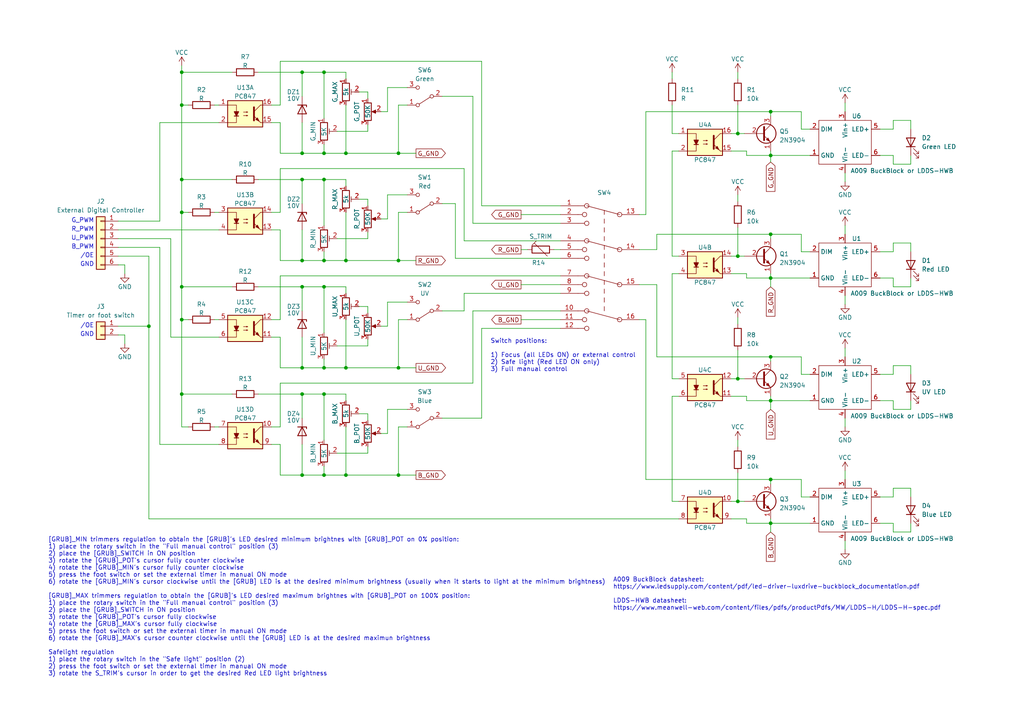
<source format=kicad_sch>
(kicad_sch (version 20230121) (generator eeschema)
  (paper "A4")
  (lib_symbols
    (symbol "A009_BuckBlock_1"
      (property "Reference" "U" (at 2.54 7.62 0))
      (property "Value" "A009 BuckBlock" (at 10.16 -7.62 0))
      (symbol "A009_BuckBlock_1_0_1"
        (rectangle (start -7.62 6.35) (end 7.62 -6.35))
      )
      (symbol "A009_BuckBlock_1_1_1"
        (pin input line (at -10.16 -3.81 0) (length 2.54) (name "GND") (number "1"))
        (pin input line (at -10.16 3.81 0) (length 2.54) (name "DIM") (number "2"))
        (pin power_in line (at 0 8.89 270) (length 2.54) (name "Vin+") (number "3"))
        (pin power_in line (at 0 -8.89 90) (length 2.54) (name "Vin-") (number "4"))
        (pin output line (at 10.16 3.81 180) (length 2.54) (name "LED+") (number "5"))
        (pin output line (at 10.16 -3.81 180) (length 2.54) (name "LED-") (number "6"))
      )
    )
    (symbol "Device:LED" (pin_numbers hide) (pin_names (offset 1.016) hide)
      (property "Reference" "D" (at 0 2.54 0))
      (property "Value" "LED" (at 0 -2.54 0))
      (symbol "LED_0_1"
        (polyline (pts (xy -1.27 -1.27) (xy -1.27 1.27)) (stroke (width 0.254)))
        (polyline (pts (xy -1.27 0) (xy 1.27 0)))
        (polyline (pts (xy 1.27 -1.27) (xy 1.27 1.27) (xy -1.27 0) (xy 1.27 -1.27)) (stroke (width 0.254)))
        (polyline (pts (xy -3.048 -0.762) (xy -4.572 -2.286) (xy -3.81 -2.286) (xy -4.572 -2.286) (xy -4.572 -1.524)))
        (polyline (pts (xy -1.778 -0.762) (xy -3.302 -2.286) (xy -2.54 -2.286) (xy -3.302 -2.286) (xy -3.302 -1.524)))
      )
      (symbol "LED_1_1"
        (pin passive line (at -3.81 0 0) (length 2.54) (name "K") (number "1"))
        (pin passive line (at 3.81 0 180) (length 2.54) (name "A") (number "2"))
      )
    )
    (symbol "Device:RTRIM" (pin_numbers hide) (pin_names (offset 0))
      (property "Reference" "R" (at 2.54 -2.54 90))
      (property "Value" "RTRIM" (at -2.54 -0.635 90))
      (symbol "RTRIM_0_1"
        (rectangle (start -1.016 -2.54) (end 1.016 2.54) (stroke (width 0.254)))
        (polyline (pts (xy -1.905 -1.905) (xy 1.905 1.905) (xy 2.54 1.27) (xy 1.27 2.54)))
      )
      (symbol "RTRIM_1_1"
        (pin passive line (at 0 3.81 270) (length 1.27) (name "~") (number "1"))
        (pin passive line (at 0 -3.81 90) (length 1.27) (name "~") (number "2"))
      )
    )
    (symbol "Device:R_POT" (pin_names (offset 1.016) hide)
      (property "Reference" "RV" (at -4.445 0 90))
      (property "Value" "R_POT" (at -2.54 0 90))
      (symbol "R_POT_0_1"
        (polyline (pts (xy 2.54 0) (xy 1.524 0)))
        (polyline (pts (xy 1.143 0) (xy 2.286 0.508) (xy 2.286 -0.508) (xy 1.143 0)) (fill (type outline)))
        (rectangle (start 1.016 2.54) (end -1.016 -2.54) (stroke (width 0.254)))
      )
      (symbol "R_POT_1_1"
        (pin passive line (at 0 3.81 270) (length 1.27) (name "1") (number "1"))
        (pin passive line (at 3.81 0 180) (length 1.27) (name "2") (number "2"))
        (pin passive line (at 0 -3.81 90) (length 1.27) (name "3") (number "3"))
      )
    )
    (symbol "Device:R_POT_TRIM" (pin_names (offset 1.016) hide)
      (property "Reference" "RV" (at -4.445 0 90))
      (property "Value" "R_POT_TRIM" (at -2.54 0 90))
      (symbol "R_POT_TRIM_0_1"
        (polyline (pts (xy 1.524 0.762) (xy 1.524 -0.762)))
        (polyline (pts (xy 2.54 0) (xy 1.524 0)))
        (rectangle (start 1.016 2.54) (end -1.016 -2.54) (stroke (width 0.254)))
      )
      (symbol "R_POT_TRIM_1_1"
        (pin passive line (at 0 3.81 270) (length 1.27) (name "1") (number "1"))
        (pin passive line (at 3.81 0 180) (length 1.27) (name "2") (number "2"))
        (pin passive line (at 0 -3.81 90) (length 1.27) (name "3") (number "3"))
      )
    )
    (symbol "Diode:DZ2S100X0L" (pin_numbers hide) (pin_names (offset 1.016) hide)
      (property "Reference" "D" (at 0 2.54 0))
      (property "Value" "DZ2S100X0L" (at 0 -2.54 0))
      (symbol "DZ2S100X0L_0_1"
        (polyline (pts (xy 1.27 0) (xy -1.27 0)))
        (polyline (pts (xy -1.27 -1.27) (xy -1.27 1.27) (xy -0.762 1.27)) (stroke (width 0.254)))
        (polyline (pts (xy 1.27 -1.27) (xy 1.27 1.27) (xy -1.27 0) (xy 1.27 -1.27)) (stroke (width 0.254)))
      )
      (symbol "DZ2S100X0L_1_1"
        (pin passive line (at -3.81 0 0) (length 2.54) (name "K") (number "1"))
        (pin passive line (at 3.81 0 180) (length 2.54) (name "A") (number "2"))
      )
    )
    (symbol "LUXDrive:A009_BuckBlock"
      (property "Reference" "U" (at 2.54 7.62 0))
      (property "Value" "A009 BuckBlock" (at 10.16 -7.62 0))
      (symbol "A009_BuckBlock_0_1"
        (rectangle (start -7.62 6.35) (end 7.62 -6.35))
      )
      (symbol "A009_BuckBlock_1_1"
        (pin input line (at -10.16 -3.81 0) (length 2.54) (name "GND") (number "1"))
        (pin input line (at -10.16 3.81 0) (length 2.54) (name "DIM") (number "2"))
        (pin power_in line (at 0 8.89 270) (length 2.54) (name "Vin+") (number "3"))
        (pin power_in line (at 0 -8.89 90) (length 2.54) (name "Vin-") (number "4"))
        (pin output line (at 10.16 3.81 180) (length 2.54) (name "LED+") (number "5"))
        (pin output line (at 10.16 -3.81 180) (length 2.54) (name "LED-") (number "6"))
      )
    )
    (symbol "Switch:SW_Rotary4x3" (pin_names (offset 1.016) hide)
      (property "Reference" "SW" (at 0 20.32 0))
      (property "Value" "SW_Rotary4x3" (at 0 -20.32 0))
      (symbol "SW_Rotary4x3_0_0"
        (circle (center -4.445 -15.24) (radius 0.635))
        (circle (center -4.445 -5.08) (radius 0.635))
        (circle (center -4.445 5.08) (radius 0.635))
        (circle (center -4.445 15.24) (radius 0.635))
        (polyline (pts (xy -4.445 -15.24) (xy 5.08 -12.7)))
        (polyline (pts (xy -4.445 -5.08) (xy 5.08 -2.54)))
        (polyline (pts (xy -4.445 5.08) (xy 5.08 7.62)))
        (polyline (pts (xy -4.445 15.24) (xy 5.08 17.78)))
        (polyline (pts (xy 0 -12.7) (xy 0 -11.43)))
        (polyline (pts (xy 0 -10.16) (xy 0 -8.89)))
        (polyline (pts (xy 0 -10.16) (xy 0 -8.89)))
        (polyline (pts (xy 0 -7.62) (xy 0 -6.35)))
        (polyline (pts (xy 0 -5.08) (xy 0 -3.81)))
        (polyline (pts (xy 0 -2.54) (xy 0 -1.27)))
        (polyline (pts (xy 0 0) (xy 0 1.27)))
        (polyline (pts (xy 0 0) (xy 0 1.27)))
        (polyline (pts (xy 0 2.54) (xy 0 3.81)))
        (polyline (pts (xy 0 5.08) (xy 0 6.35)))
        (polyline (pts (xy 0 7.62) (xy 0 8.89)))
        (polyline (pts (xy 0 10.16) (xy 0 11.43)))
        (polyline (pts (xy 0 10.16) (xy 0 11.43)))
        (polyline (pts (xy 0 12.7) (xy 0 13.97)))
        (polyline (pts (xy 0 15.24) (xy 0 16.51)))
        (polyline (pts (xy 5.715 -17.78) (xy 7.62 -17.78)))
        (polyline (pts (xy 5.715 -12.7) (xy 7.62 -12.7)))
        (polyline (pts (xy 5.715 -7.62) (xy 7.62 -7.62)))
        (polyline (pts (xy 5.715 -2.54) (xy 7.62 -2.54)))
        (polyline (pts (xy 5.715 2.54) (xy 7.62 2.54)))
        (polyline (pts (xy 5.715 7.62) (xy 7.62 7.62)))
        (polyline (pts (xy 5.715 12.7) (xy 7.62 12.7)))
        (polyline (pts (xy 5.715 17.78) (xy 7.62 17.78)))
        (polyline (pts (xy 6.35 -15.24) (xy 7.62 -15.24)))
        (polyline (pts (xy 6.35 -5.08) (xy 7.62 -5.08)))
        (polyline (pts (xy 6.35 5.08) (xy 7.62 5.08)))
        (polyline (pts (xy 6.35 15.24) (xy 7.62 15.24)))
        (circle (center 5.08 -17.78) (radius 0.635))
        (circle (center 5.08 -12.7) (radius 0.635))
        (circle (center 5.08 -7.62) (radius 0.635))
        (circle (center 5.08 -2.54) (radius 0.635))
        (circle (center 5.08 2.54) (radius 0.635))
        (circle (center 5.08 7.62) (radius 0.635))
        (circle (center 5.08 12.7) (radius 0.635))
        (circle (center 5.08 17.78) (radius 0.635))
        (circle (center 5.715 -15.24) (radius 0.635))
        (circle (center 5.715 -5.08) (radius 0.635))
        (circle (center 5.715 5.08) (radius 0.635))
        (circle (center 5.715 15.24) (radius 0.635))
      )
      (symbol "SW_Rotary4x3_0_1"
        (pin passive line (at 12.7 17.78 180) (length 5.08) (name "1") (number "1"))
        (pin passive line (at 12.7 -12.7 180) (length 5.08) (name "10") (number "10"))
        (pin passive line (at 12.7 -15.24 180) (length 5.08) (name "11") (number "11"))
        (pin passive line (at 12.7 -17.78 180) (length 5.08) (name "12") (number "12"))
        (pin passive line (at -10.16 15.24 0) (length 5.08) (name "13") (number "13"))
        (pin passive line (at -10.16 5.08 0) (length 5.08) (name "14") (number "14"))
        (pin passive line (at -10.16 -5.08 0) (length 5.08) (name "15") (number "15"))
        (pin passive line (at -10.16 -15.24 0) (length 5.08) (name "16") (number "16"))
        (pin passive line (at 12.7 15.24 180) (length 5.08) (name "2") (number "2"))
        (pin passive line (at 12.7 12.7 180) (length 5.08) (name "3") (number "3"))
        (pin passive line (at 12.7 7.62 180) (length 5.08) (name "4") (number "4"))
        (pin passive line (at 12.7 5.08 180) (length 5.08) (name "5") (number "5"))
        (pin passive line (at 12.7 2.54 180) (length 5.08) (name "6") (number "6"))
        (pin passive line (at 12.7 -2.54 180) (length 5.08) (name "7") (number "7"))
        (pin passive line (at 12.7 -5.08 180) (length 5.08) (name "8") (number "8"))
        (pin passive line (at 12.7 -7.62 180) (length 5.08) (name "9") (number "9"))
      )
    )
    (symbol "Switch:SW_SPDT" (pin_names (offset 0) hide)
      (property "Reference" "SW" (at 0 4.318 0))
      (property "Value" "SW_SPDT" (at 0 -5.08 0))
      (symbol "SW_SPDT_0_0"
        (circle (center -2.032 0) (radius 0.508))
        (circle (center 2.032 -2.54) (radius 0.508))
      )
      (symbol "SW_SPDT_0_1"
        (polyline (pts (xy -1.524 0.254) (xy 1.651 2.286)))
        (circle (center 2.032 2.54) (radius 0.508))
      )
      (symbol "SW_SPDT_1_1"
        (pin passive line (at 5.08 2.54 180) (length 2.54) (name "A") (number "1"))
        (pin passive line (at -5.08 0 0) (length 2.54) (name "B") (number "2"))
        (pin passive line (at 5.08 -2.54 180) (length 2.54) (name "C") (number "3"))
      )
    )
    (symbol "conn:Conn_01x02" (pin_names (offset 1.016) hide)
      (property "Reference" "J" (at 0 2.54 0))
      (property "Value" "Conn_01x02" (at 0 -5.08 0))
      (symbol "Conn_01x02_1_1"
        (rectangle (start -1.27 -2.413) (end 0 -2.667) (stroke (width 0.1524)))
        (rectangle (start -1.27 0.127) (end 0 -0.127) (stroke (width 0.1524)))
        (rectangle (start -1.27 1.27) (end 1.27 -3.81) (stroke (width 0.254)) (fill (type background)))
        (pin passive line (at -5.08 0 0) (length 3.81) (name "Pin_1") (number "1"))
        (pin passive line (at -5.08 -2.54 0) (length 3.81) (name "Pin_2") (number "2"))
      )
    )
    (symbol "conn:Conn_01x06" (pin_names (offset 1.016) hide)
      (property "Reference" "J" (at 0 7.62 0))
      (property "Value" "Conn_01x06" (at 0 -10.16 0))
      (symbol "Conn_01x06_1_1"
        (rectangle (start -1.27 -7.493) (end 0 -7.747) (stroke (width 0.1524)))
        (rectangle (start -1.27 -4.953) (end 0 -5.207) (stroke (width 0.1524)))
        (rectangle (start -1.27 -2.413) (end 0 -2.667) (stroke (width 0.1524)))
        (rectangle (start -1.27 0.127) (end 0 -0.127) (stroke (width 0.1524)))
        (rectangle (start -1.27 2.667) (end 0 2.413) (stroke (width 0.1524)))
        (rectangle (start -1.27 5.207) (end 0 4.953) (stroke (width 0.1524)))
        (rectangle (start -1.27 6.35) (end 1.27 -8.89) (stroke (width 0.254)) (fill (type background)))
        (pin passive line (at -5.08 5.08 0) (length 3.81) (name "Pin_1") (number "1"))
        (pin passive line (at -5.08 2.54 0) (length 3.81) (name "Pin_2") (number "2"))
        (pin passive line (at -5.08 0 0) (length 3.81) (name "Pin_3") (number "3"))
        (pin passive line (at -5.08 -2.54 0) (length 3.81) (name "Pin_4") (number "4"))
        (pin passive line (at -5.08 -5.08 0) (length 3.81) (name "Pin_5") (number "5"))
        (pin passive line (at -5.08 -7.62 0) (length 3.81) (name "Pin_6") (number "6"))
      )
    )
    (symbol "device:R" (pin_numbers hide) (pin_names (offset 0))
      (property "Reference" "R" (at 2.032 0 90))
      (property "Value" "R" (at 0 0 90))
      (symbol "R_0_1"
        (rectangle (start -1.016 -2.54) (end 1.016 2.54) (stroke (width 0.254)))
      )
      (symbol "R_1_1"
        (pin passive line (at 0 3.81 270) (length 1.27) (name "~") (number "1"))
        (pin passive line (at 0 -3.81 90) (length 1.27) (name "~") (number "2"))
      )
    )
    (symbol "opto:PC847" (pin_names (offset 1.016))
      (property "Reference" "U" (at -5.08 5.08 0))
      (property "Value" "PC847" (at 0 5.08 0))
      (symbol "PC847_0_1"
        (rectangle (start -5.08 3.81) (end 5.08 -3.81) (stroke (width 0.254)) (fill (type background)))
        (polyline (pts (xy -3.175 -0.635) (xy -1.905 -0.635)) (stroke (width 0.254)))
        (polyline (pts (xy 2.54 0.635) (xy 4.445 2.54)))
        (polyline (pts (xy 4.445 -2.54) (xy 2.54 -0.635)) (fill (type outline)))
        (polyline (pts (xy 4.445 -2.54) (xy 5.08 -2.54)))
        (polyline (pts (xy 4.445 2.54) (xy 5.08 2.54)))
        (polyline (pts (xy -5.08 2.54) (xy -2.54 2.54) (xy -2.54 0.635)))
        (polyline (pts (xy -2.54 -0.635) (xy -2.54 -2.54) (xy -5.08 -2.54)))
        (polyline (pts (xy 2.54 1.905) (xy 2.54 -1.905) (xy 2.54 -1.905)) (stroke (width 0.508)))
        (polyline (pts (xy -2.54 -0.635) (xy -3.175 0.635) (xy -1.905 0.635) (xy -2.54 -0.635)) (stroke (width 0.254)) (fill (type outline)))
        (polyline (pts (xy -0.508 -0.508) (xy 0.762 -0.508) (xy 0.381 -0.635) (xy 0.381 -0.381) (xy 0.762 -0.508)))
        (polyline (pts (xy -0.508 0.508) (xy 0.762 0.508) (xy 0.381 0.381) (xy 0.381 0.635) (xy 0.762 0.508)))
        (polyline (pts (xy 3.048 -1.651) (xy 3.556 -1.143) (xy 4.064 -2.159) (xy 3.048 -1.651) (xy 3.048 -1.651)) (fill (type outline)))
      )
      (symbol "PC847_1_1"
        (pin passive line (at -7.62 2.54 0) (length 2.54) (name "~") (number "1"))
        (pin passive line (at 7.62 -2.54 180) (length 2.54) (name "~") (number "15"))
        (pin passive line (at 7.62 2.54 180) (length 2.54) (name "~") (number "16"))
        (pin passive line (at -7.62 -2.54 0) (length 2.54) (name "~") (number "2"))
      )
      (symbol "PC847_2_1"
        (pin passive line (at 7.62 -2.54 180) (length 2.54) (name "~") (number "13"))
        (pin passive line (at 7.62 2.54 180) (length 2.54) (name "~") (number "14"))
        (pin passive line (at -7.62 2.54 0) (length 2.54) (name "~") (number "3"))
        (pin passive line (at -7.62 -2.54 0) (length 2.54) (name "~") (number "4"))
      )
      (symbol "PC847_3_1"
        (pin passive line (at 7.62 -2.54 180) (length 2.54) (name "~") (number "11"))
        (pin passive line (at 7.62 2.54 180) (length 2.54) (name "~") (number "12"))
        (pin passive line (at -7.62 2.54 0) (length 2.54) (name "~") (number "5"))
        (pin passive line (at -7.62 -2.54 0) (length 2.54) (name "~") (number "6"))
      )
      (symbol "PC847_4_1"
        (pin passive line (at 7.62 2.54 180) (length 2.54) (name "~") (number "10"))
        (pin passive line (at -7.62 2.54 0) (length 2.54) (name "~") (number "7"))
        (pin passive line (at -7.62 -2.54 0) (length 2.54) (name "~") (number "8"))
        (pin passive line (at 7.62 -2.54 180) (length 2.54) (name "~") (number "9"))
      )
    )
    (symbol "power:GND" (power) (pin_names (offset 0))
      (property "Value" "GND" (at 0 -3.81 0))
      (symbol "GND_0_1"
        (polyline (pts (xy 0 0) (xy 0 -1.27) (xy 1.27 -1.27) (xy 0 -2.54) (xy -1.27 -1.27) (xy 0 -1.27)))
      )
      (symbol "GND_1_1"
        (pin power_in line (at 0 0 270) (length 0) hide (name "GND") (number "1"))
      )
    )
    (symbol "power:VCC" (power) (pin_names (offset 0))
      (property "Value" "VCC" (at 0 3.81 0))
      (symbol "VCC_0_1"
        (polyline (pts (xy -0.762 1.27) (xy 0 2.54)))
        (polyline (pts (xy 0 0) (xy 0 2.54)))
        (polyline (pts (xy 0 2.54) (xy 0.762 1.27)))
      )
      (symbol "VCC_1_1"
        (pin power_in line (at 0 0 90) (length 0) hide (name "VCC") (number "1"))
      )
    )
    (symbol "transistors:2N3904" (pin_names (offset 0) hide)
      (property "Reference" "Q" (at 5.08 1.905 0))
      (property "Value" "2N3904" (at 5.08 0 0))
      (symbol "2N3904_0_1"
        (polyline (pts (xy 0.635 0.635) (xy 2.54 2.54)))
        (polyline (pts (xy 0.635 -0.635) (xy 2.54 -2.54) (xy 2.54 -2.54)))
        (polyline (pts (xy 0.635 1.905) (xy 0.635 -1.905) (xy 0.635 -1.905)) (stroke (width 0.508)))
        (polyline (pts (xy 1.27 -1.778) (xy 1.778 -1.27) (xy 2.286 -2.286) (xy 1.27 -1.778) (xy 1.27 -1.778)) (fill (type outline)))
        (circle (center 1.27 0) (radius 2.8194) (stroke (width 0.254)))
      )
      (symbol "2N3904_1_1"
        (pin passive line (at 2.54 -5.08 90) (length 2.54) (name "E") (number "1"))
        (pin passive line (at -5.08 0 0) (length 5.715) (name "B") (number "2"))
        (pin passive line (at 2.54 5.08 270) (length 2.54) (name "C") (number "3"))
      )
    )
  )
  (junction (at 52.705 114.3))
  (junction (at 87.63 137.795))
  (junction (at 115.57 75.565))
  (junction (at 93.98 83.185))
  (junction (at 223.52 139.065))
  (junction (at 93.98 75.565))
  (junction (at 100.33 106.68))
  (junction (at 52.705 20.955))
  (junction (at 213.995 74.295))
  (junction (at 43.18 94.615))
  (junction (at 87.63 44.45))
  (junction (at 87.63 106.68))
  (junction (at 115.57 137.795))
  (junction (at 223.52 151.765))
  (junction (at 100.33 75.565))
  (junction (at 223.52 103.505))
  (junction (at 223.52 116.205))
  (junction (at 93.98 106.68))
  (junction (at 52.705 92.71))
  (junction (at 52.705 30.48))
  (junction (at 87.63 20.955))
  (junction (at 223.52 67.945))
  (junction (at 213.995 109.855))
  (junction (at 52.705 61.595))
  (junction (at 93.98 44.45))
  (junction (at 87.63 75.565))
  (junction (at 213.995 145.415))
  (junction (at 223.52 32.385))
  (junction (at 87.63 52.07))
  (junction (at 115.57 44.45))
  (junction (at 115.57 106.68))
  (junction (at 93.98 20.955))
  (junction (at 93.98 137.795))
  (junction (at 52.705 83.185))
  (junction (at 100.33 44.45))
  (junction (at 223.52 80.645))
  (junction (at 93.98 114.3))
  (junction (at 93.98 52.07))
  (junction (at 100.33 137.795))
  (junction (at 223.52 45.085))
  (junction (at 213.995 38.735))
  (junction (at 87.63 83.185))
  (junction (at 52.705 52.07))
  (junction (at 87.63 114.3))
  (wire (pts (xy 52.705 20.955) (xy 52.705 30.48)))
  (wire (pts (xy 100.33 114.3) (xy 93.98 114.3)))
  (wire (pts (xy 139.7 121.285) (xy 139.7 95.25)))
  (wire (pts (xy 63.5 61.595) (xy 62.23 61.595)))
  (wire (pts (xy 259.08 47.625) (xy 264.16 47.625)))
  (wire (pts (xy 81.28 137.795) (xy 87.63 137.795)))
  (wire (pts (xy 78.74 128.905) (xy 81.28 128.905)))
  (wire (pts (xy 213.995 137.16) (xy 213.995 145.415)))
  (wire (pts (xy 259.08 116.205) (xy 259.08 118.745)))
  (wire (pts (xy 115.57 123.825) (xy 115.57 137.795)))
  (wire (pts (xy 87.63 52.07) (xy 93.98 52.07)))
  (wire (pts (xy 78.74 66.675) (xy 81.28 66.675)))
  (wire (pts (xy 134.62 69.85) (xy 162.56 69.85)))
  (wire (pts (xy 194.945 74.295) (xy 196.85 74.295)))
  (wire (pts (xy 259.08 151.765) (xy 259.08 154.305)))
  (wire (pts (xy 223.52 32.385) (xy 232.41 32.385)))
  (wire (pts (xy 81.28 111.125) (xy 137.16 111.125)))
  (wire (pts (xy 78.74 30.48) (xy 81.28 30.48)))
  (wire (pts (xy 112.395 25.4) (xy 118.11 25.4)))
  (wire (pts (xy 43.18 150.495) (xy 196.85 150.495)))
  (wire (pts (xy 52.705 61.595) (xy 52.705 83.185)))
  (wire (pts (xy 52.705 114.3) (xy 67.31 114.3)))
  (wire (pts (xy 87.63 20.955) (xy 93.98 20.955)))
  (wire (pts (xy 34.29 76.835) (xy 36.195 76.835)))
  (wire (pts (xy 190.5 72.39) (xy 190.5 67.945)))
  (wire (pts (xy 234.95 80.645) (xy 223.52 80.645)))
  (wire (pts (xy 190.5 67.945) (xy 223.52 67.945)))
  (wire (pts (xy 216.535 43.815) (xy 216.535 45.085)))
  (wire (pts (xy 259.08 141.605) (xy 264.16 141.605)))
  (wire (pts (xy 78.74 97.79) (xy 81.28 97.79)))
  (wire (pts (xy 52.705 52.07) (xy 52.705 61.595)))
  (wire (pts (xy 223.52 150.495) (xy 223.52 151.765)))
  (wire (pts (xy 234.95 37.465) (xy 232.41 37.465)))
  (wire (pts (xy 78.74 61.595) (xy 81.28 61.595)))
  (wire (pts (xy 213.995 109.855) (xy 215.9 109.855)))
  (wire (pts (xy 245.11 29.845) (xy 245.11 32.385)))
  (wire (pts (xy 36.195 97.155) (xy 36.195 99.695)))
  (wire (pts (xy 87.63 83.185) (xy 93.98 83.185)))
  (wire (pts (xy 34.29 69.215) (xy 49.53 69.215)))
  (wire (pts (xy 93.98 104.14) (xy 93.98 106.68)))
  (wire (pts (xy 104.14 57.785) (xy 106.68 57.785)))
  (wire (pts (xy 216.535 114.935) (xy 216.535 116.205)))
  (wire (pts (xy 194.945 109.855) (xy 196.85 109.855)))
  (wire (pts (xy 259.08 80.645) (xy 259.08 83.185)))
  (wire (pts (xy 52.705 92.71) (xy 54.61 92.71)))
  (wire (pts (xy 132.08 59.055) (xy 132.08 74.93)))
  (wire (pts (xy 115.57 61.595) (xy 115.57 75.565)))
  (wire (pts (xy 97.79 69.215) (xy 106.68 69.215)))
  (wire (pts (xy 232.41 32.385) (xy 232.41 37.465)))
  (wire (pts (xy 100.33 123.825) (xy 100.33 137.795)))
  (wire (pts (xy 87.63 44.45) (xy 93.98 44.45)))
  (wire (pts (xy 134.62 85.09) (xy 162.56 85.09)))
  (wire (pts (xy 104.14 26.67) (xy 106.68 26.67)))
  (wire (pts (xy 100.33 75.565) (xy 115.57 75.565)))
  (wire (pts (xy 213.995 101.6) (xy 213.995 109.855)))
  (wire (pts (xy 194.945 79.375) (xy 194.945 109.855)))
  (wire (pts (xy 223.52 80.645) (xy 223.52 83.185)))
  (wire (pts (xy 34.29 94.615) (xy 43.18 94.615)))
  (wire (pts (xy 81.28 66.675) (xy 81.28 75.565)))
  (wire (pts (xy 34.29 64.135) (xy 46.355 64.135)))
  (wire (pts (xy 153.035 72.39) (xy 151.13 72.39)))
  (wire (pts (xy 264.16 47.625) (xy 264.16 45.085)))
  (wire (pts (xy 100.33 85.09) (xy 100.33 83.185)))
  (wire (pts (xy 212.09 38.735) (xy 213.995 38.735)))
  (wire (pts (xy 255.27 151.765) (xy 259.08 151.765)))
  (wire (pts (xy 93.98 52.07) (xy 93.98 65.405)))
  (wire (pts (xy 234.95 45.085) (xy 223.52 45.085)))
  (wire (pts (xy 223.52 67.945) (xy 232.41 67.945)))
  (wire (pts (xy 194.945 30.48) (xy 194.945 38.735)))
  (wire (pts (xy 63.5 92.71) (xy 62.23 92.71)))
  (wire (pts (xy 100.33 53.975) (xy 100.33 52.07)))
  (wire (pts (xy 97.79 131.445) (xy 106.68 131.445)))
  (wire (pts (xy 100.33 83.185) (xy 93.98 83.185)))
  (wire (pts (xy 264.16 118.745) (xy 264.16 116.205)))
  (wire (pts (xy 134.62 48.895) (xy 134.62 69.85)))
  (wire (pts (xy 255.27 73.025) (xy 259.08 73.025)))
  (wire (pts (xy 87.63 137.795) (xy 93.98 137.795)))
  (wire (pts (xy 213.995 145.415) (xy 215.9 145.415)))
  (wire (pts (xy 74.93 52.07) (xy 87.63 52.07)))
  (wire (pts (xy 106.68 38.1) (xy 106.68 36.195)))
  (wire (pts (xy 216.535 150.495) (xy 216.535 151.765)))
  (wire (pts (xy 100.33 116.205) (xy 100.33 114.3)))
  (wire (pts (xy 255.27 37.465) (xy 259.08 37.465)))
  (wire (pts (xy 234.95 73.025) (xy 232.41 73.025)))
  (wire (pts (xy 212.09 109.855) (xy 213.995 109.855)))
  (wire (pts (xy 245.11 65.405) (xy 245.11 67.945)))
  (wire (pts (xy 52.705 83.185) (xy 67.31 83.185)))
  (wire (pts (xy 223.52 116.205) (xy 223.52 118.745)))
  (wire (pts (xy 93.98 44.45) (xy 100.33 44.45)))
  (wire (pts (xy 100.33 20.955) (xy 93.98 20.955)))
  (wire (pts (xy 137.16 64.77) (xy 162.56 64.77)))
  (wire (pts (xy 190.5 103.505) (xy 223.52 103.505)))
  (wire (pts (xy 259.08 154.305) (xy 264.16 154.305)))
  (wire (pts (xy 87.63 27.94) (xy 87.63 20.955)))
  (wire (pts (xy 106.68 100.33) (xy 106.68 98.425)))
  (wire (pts (xy 104.14 120.015) (xy 106.68 120.015)))
  (wire (pts (xy 187.325 32.385) (xy 223.52 32.385)))
  (wire (pts (xy 118.11 92.71) (xy 115.57 92.71)))
  (wire (pts (xy 245.11 121.285) (xy 245.11 123.825)))
  (wire (pts (xy 259.08 73.025) (xy 259.08 70.485)))
  (wire (pts (xy 81.28 35.56) (xy 81.28 44.45)))
  (wire (pts (xy 106.68 131.445) (xy 106.68 129.54)))
  (wire (pts (xy 245.11 156.845) (xy 245.11 159.385)))
  (wire (pts (xy 104.14 88.9) (xy 106.68 88.9)))
  (wire (pts (xy 264.16 141.605) (xy 264.16 144.145)))
  (wire (pts (xy 100.33 137.795) (xy 115.57 137.795)))
  (wire (pts (xy 52.705 92.71) (xy 52.705 114.3)))
  (wire (pts (xy 223.52 114.935) (xy 223.52 116.205)))
  (wire (pts (xy 196.85 79.375) (xy 194.945 79.375)))
  (wire (pts (xy 112.395 32.385) (xy 110.49 32.385)))
  (wire (pts (xy 87.63 121.285) (xy 87.63 114.3)))
  (wire (pts (xy 223.52 67.945) (xy 223.52 69.215)))
  (wire (pts (xy 81.28 128.905) (xy 81.28 137.795)))
  (wire (pts (xy 36.195 76.835) (xy 36.195 79.375)))
  (wire (pts (xy 162.56 62.23) (xy 151.13 62.23)))
  (wire (pts (xy 81.28 97.79) (xy 81.28 106.68)))
  (wire (pts (xy 264.16 154.305) (xy 264.16 151.765)))
  (wire (pts (xy 87.63 59.055) (xy 87.63 52.07)))
  (wire (pts (xy 78.74 123.825) (xy 81.28 123.825)))
  (wire (pts (xy 132.08 74.93) (xy 162.56 74.93)))
  (wire (pts (xy 100.33 22.86) (xy 100.33 20.955)))
  (wire (pts (xy 81.28 44.45) (xy 87.63 44.45)))
  (wire (pts (xy 160.655 72.39) (xy 162.56 72.39)))
  (wire (pts (xy 93.98 114.3) (xy 93.98 127.635)))
  (wire (pts (xy 264.16 70.485) (xy 264.16 73.025)))
  (wire (pts (xy 223.52 103.505) (xy 232.41 103.505)))
  (wire (pts (xy 245.11 50.165) (xy 245.11 52.705)))
  (wire (pts (xy 264.16 34.925) (xy 264.16 37.465)))
  (wire (pts (xy 255.27 144.145) (xy 259.08 144.145)))
  (wire (pts (xy 81.28 75.565) (xy 87.63 75.565)))
  (wire (pts (xy 185.42 72.39) (xy 190.5 72.39)))
  (wire (pts (xy 223.52 32.385) (xy 223.52 33.655)))
  (wire (pts (xy 245.11 85.725) (xy 245.11 88.265)))
  (wire (pts (xy 115.57 75.565) (xy 120.65 75.565)))
  (wire (pts (xy 115.57 137.795) (xy 120.65 137.795)))
  (wire (pts (xy 216.535 79.375) (xy 216.535 80.645)))
  (wire (pts (xy 43.18 74.295) (xy 43.18 94.615)))
  (wire (pts (xy 106.68 120.015) (xy 106.68 121.92)))
  (wire (pts (xy 34.29 74.295) (xy 43.18 74.295)))
  (wire (pts (xy 259.08 45.085) (xy 259.08 47.625)))
  (wire (pts (xy 223.52 103.505) (xy 223.52 104.775)))
  (wire (pts (xy 255.27 80.645) (xy 259.08 80.645)))
  (wire (pts (xy 187.325 139.065) (xy 223.52 139.065)))
  (wire (pts (xy 128.27 59.055) (xy 132.08 59.055)))
  (wire (pts (xy 100.33 30.48) (xy 100.33 44.45)))
  (wire (pts (xy 81.28 30.48) (xy 81.28 17.78)))
  (wire (pts (xy 128.27 27.94) (xy 137.16 27.94)))
  (wire (pts (xy 112.395 56.515) (xy 118.11 56.515)))
  (wire (pts (xy 112.395 118.745) (xy 118.11 118.745)))
  (wire (pts (xy 245.11 136.525) (xy 245.11 139.065)))
  (wire (pts (xy 93.98 75.565) (xy 100.33 75.565)))
  (wire (pts (xy 106.68 26.67) (xy 106.68 28.575)))
  (wire (pts (xy 81.28 92.71) (xy 81.28 80.01)))
  (wire (pts (xy 52.705 52.07) (xy 67.31 52.07)))
  (wire (pts (xy 194.945 38.735) (xy 196.85 38.735)))
  (wire (pts (xy 97.79 38.1) (xy 106.68 38.1)))
  (wire (pts (xy 112.395 87.63) (xy 112.395 94.615)))
  (wire (pts (xy 87.63 35.56) (xy 87.63 44.45)))
  (wire (pts (xy 223.52 45.085) (xy 223.52 43.815)))
  (wire (pts (xy 93.98 135.255) (xy 93.98 137.795)))
  (wire (pts (xy 52.705 83.185) (xy 52.705 92.71)))
  (wire (pts (xy 137.16 111.125) (xy 137.16 90.17)))
  (wire (pts (xy 100.33 92.71) (xy 100.33 106.68)))
  (wire (pts (xy 52.705 61.595) (xy 54.61 61.595)))
  (wire (pts (xy 194.945 114.935) (xy 194.945 145.415)))
  (wire (pts (xy 93.98 73.025) (xy 93.98 75.565)))
  (wire (pts (xy 185.42 62.23) (xy 187.325 62.23)))
  (wire (pts (xy 213.995 20.955) (xy 213.995 22.86)))
  (wire (pts (xy 115.57 30.48) (xy 115.57 44.45)))
  (wire (pts (xy 212.09 114.935) (xy 216.535 114.935)))
  (wire (pts (xy 52.705 19.05) (xy 52.705 20.955)))
  (wire (pts (xy 87.63 90.17) (xy 87.63 83.185)))
  (wire (pts (xy 52.705 114.3) (xy 52.705 123.825)))
  (wire (pts (xy 112.395 94.615) (xy 110.49 94.615)))
  (wire (pts (xy 81.28 80.01) (xy 162.56 80.01)))
  (wire (pts (xy 232.41 67.945) (xy 232.41 73.025)))
  (wire (pts (xy 213.995 30.48) (xy 213.995 38.735)))
  (wire (pts (xy 223.52 151.765) (xy 223.52 154.305)))
  (wire (pts (xy 81.28 106.68) (xy 87.63 106.68)))
  (wire (pts (xy 234.95 108.585) (xy 232.41 108.585)))
  (wire (pts (xy 34.29 66.675) (xy 63.5 66.675)))
  (wire (pts (xy 139.7 95.25) (xy 162.56 95.25)))
  (wire (pts (xy 213.995 92.075) (xy 213.995 93.98)))
  (wire (pts (xy 106.68 88.9) (xy 106.68 90.805)))
  (wire (pts (xy 259.08 37.465) (xy 259.08 34.925)))
  (wire (pts (xy 87.63 97.79) (xy 87.63 106.68)))
  (wire (pts (xy 139.7 17.78) (xy 139.7 59.69)))
  (wire (pts (xy 212.09 150.495) (xy 216.535 150.495)))
  (wire (pts (xy 234.95 144.145) (xy 232.41 144.145)))
  (wire (pts (xy 255.27 116.205) (xy 259.08 116.205)))
  (wire (pts (xy 194.945 43.815) (xy 194.945 74.295)))
  (wire (pts (xy 196.85 114.935) (xy 194.945 114.935)))
  (wire (pts (xy 112.395 118.745) (xy 112.395 125.73)))
  (wire (pts (xy 194.945 145.415) (xy 196.85 145.415)))
  (wire (pts (xy 87.63 75.565) (xy 93.98 75.565)))
  (wire (pts (xy 223.52 46.99) (xy 223.52 45.085)))
  (wire (pts (xy 213.995 127.635) (xy 213.995 129.54)))
  (wire (pts (xy 34.29 71.755) (xy 46.355 71.755)))
  (wire (pts (xy 115.57 106.68) (xy 120.65 106.68)))
  (wire (pts (xy 49.53 69.215) (xy 49.53 97.79)))
  (wire (pts (xy 137.16 90.17) (xy 162.56 90.17)))
  (wire (pts (xy 223.52 139.065) (xy 223.52 140.335)))
  (wire (pts (xy 259.08 70.485) (xy 264.16 70.485)))
  (wire (pts (xy 216.535 80.645) (xy 223.52 80.645)))
  (wire (pts (xy 213.995 56.515) (xy 213.995 58.42)))
  (wire (pts (xy 46.355 128.905) (xy 63.5 128.905)))
  (wire (pts (xy 185.42 82.55) (xy 190.5 82.55)))
  (wire (pts (xy 216.535 151.765) (xy 223.52 151.765)))
  (wire (pts (xy 259.08 144.145) (xy 259.08 141.605)))
  (wire (pts (xy 63.5 30.48) (xy 62.23 30.48)))
  (wire (pts (xy 93.98 106.68) (xy 100.33 106.68)))
  (wire (pts (xy 216.535 116.205) (xy 223.52 116.205)))
  (wire (pts (xy 264.16 83.185) (xy 264.16 80.645)))
  (wire (pts (xy 223.52 79.375) (xy 223.52 80.645)))
  (wire (pts (xy 259.08 118.745) (xy 264.16 118.745)))
  (wire (pts (xy 112.395 25.4) (xy 112.395 32.385)))
  (wire (pts (xy 137.16 27.94) (xy 137.16 64.77)))
  (wire (pts (xy 128.27 90.17) (xy 134.62 90.17)))
  (wire (pts (xy 97.79 100.33) (xy 106.68 100.33)))
  (wire (pts (xy 106.68 69.215) (xy 106.68 67.31)))
  (wire (pts (xy 106.68 57.785) (xy 106.68 59.69)))
  (wire (pts (xy 93.98 137.795) (xy 100.33 137.795)))
  (wire (pts (xy 139.7 59.69) (xy 162.56 59.69)))
  (wire (pts (xy 63.5 123.825) (xy 62.23 123.825)))
  (wire (pts (xy 115.57 92.71) (xy 115.57 106.68)))
  (wire (pts (xy 100.33 106.68) (xy 115.57 106.68)))
  (wire (pts (xy 212.09 43.815) (xy 216.535 43.815)))
  (wire (pts (xy 52.705 123.825) (xy 54.61 123.825)))
  (wire (pts (xy 112.395 56.515) (xy 112.395 63.5)))
  (wire (pts (xy 151.13 92.71) (xy 162.56 92.71)))
  (wire (pts (xy 87.63 114.3) (xy 93.98 114.3)))
  (wire (pts (xy 259.08 83.185) (xy 264.16 83.185)))
  (wire (pts (xy 100.33 61.595) (xy 100.33 75.565)))
  (wire (pts (xy 112.395 125.73) (xy 110.49 125.73)))
  (wire (pts (xy 78.74 35.56) (xy 81.28 35.56)))
  (wire (pts (xy 194.945 20.955) (xy 194.945 22.86)))
  (wire (pts (xy 234.95 116.205) (xy 223.52 116.205)))
  (wire (pts (xy 81.28 61.595) (xy 81.28 48.895)))
  (wire (pts (xy 187.325 92.71) (xy 187.325 139.065)))
  (wire (pts (xy 128.27 121.285) (xy 139.7 121.285)))
  (wire (pts (xy 232.41 139.065) (xy 232.41 144.145)))
  (wire (pts (xy 134.62 90.17) (xy 134.62 85.09)))
  (wire (pts (xy 118.11 123.825) (xy 115.57 123.825)))
  (wire (pts (xy 46.355 64.135) (xy 46.355 35.56)))
  (wire (pts (xy 74.93 83.185) (xy 87.63 83.185)))
  (wire (pts (xy 87.63 106.68) (xy 93.98 106.68)))
  (wire (pts (xy 185.42 92.71) (xy 187.325 92.71)))
  (wire (pts (xy 187.325 62.23) (xy 187.325 32.385)))
  (wire (pts (xy 87.63 66.675) (xy 87.63 75.565)))
  (wire (pts (xy 100.33 44.45) (xy 115.57 44.45)))
  (wire (pts (xy 74.93 20.955) (xy 87.63 20.955)))
  (wire (pts (xy 93.98 20.955) (xy 93.98 34.29)))
  (wire (pts (xy 112.395 63.5) (xy 110.49 63.5)))
  (wire (pts (xy 115.57 44.45) (xy 120.65 44.45)))
  (wire (pts (xy 212.09 79.375) (xy 216.535 79.375)))
  (wire (pts (xy 212.09 74.295) (xy 213.995 74.295)))
  (wire (pts (xy 81.28 17.78) (xy 139.7 17.78)))
  (wire (pts (xy 232.41 103.505) (xy 232.41 108.585)))
  (wire (pts (xy 259.08 34.925) (xy 264.16 34.925)))
  (wire (pts (xy 213.995 74.295) (xy 215.9 74.295)))
  (wire (pts (xy 234.95 151.765) (xy 223.52 151.765)))
  (wire (pts (xy 264.16 106.045) (xy 264.16 108.585)))
  (wire (pts (xy 34.29 97.155) (xy 36.195 97.155)))
  (wire (pts (xy 112.395 87.63) (xy 118.11 87.63)))
  (wire (pts (xy 213.995 66.04) (xy 213.995 74.295)))
  (wire (pts (xy 46.355 35.56) (xy 63.5 35.56)))
  (wire (pts (xy 118.11 30.48) (xy 115.57 30.48)))
  (wire (pts (xy 81.28 123.825) (xy 81.28 111.125)))
  (wire (pts (xy 190.5 82.55) (xy 190.5 103.505)))
  (wire (pts (xy 151.13 82.55) (xy 162.56 82.55)))
  (wire (pts (xy 255.27 45.085) (xy 259.08 45.085)))
  (wire (pts (xy 52.705 30.48) (xy 54.61 30.48)))
  (wire (pts (xy 223.52 139.065) (xy 232.41 139.065)))
  (wire (pts (xy 87.63 128.905) (xy 87.63 137.795)))
  (wire (pts (xy 245.11 100.965) (xy 245.11 103.505)))
  (wire (pts (xy 118.11 61.595) (xy 115.57 61.595)))
  (wire (pts (xy 213.995 38.735) (xy 215.9 38.735)))
  (wire (pts (xy 81.28 48.895) (xy 134.62 48.895)))
  (wire (pts (xy 216.535 45.085) (xy 223.52 45.085)))
  (wire (pts (xy 100.33 52.07) (xy 93.98 52.07)))
  (wire (pts (xy 196.85 43.815) (xy 194.945 43.815)))
  (wire (pts (xy 259.08 106.045) (xy 264.16 106.045)))
  (wire (pts (xy 43.18 94.615) (xy 43.18 150.495)))
  (wire (pts (xy 49.53 97.79) (xy 63.5 97.79)))
  (wire (pts (xy 93.98 41.91) (xy 93.98 44.45)))
  (wire (pts (xy 259.08 108.585) (xy 259.08 106.045)))
  (wire (pts (xy 46.355 71.755) (xy 46.355 128.905)))
  (wire (pts (xy 78.74 92.71) (xy 81.28 92.71)))
  (wire (pts (xy 255.27 108.585) (xy 259.08 108.585)))
  (wire (pts (xy 52.705 20.955) (xy 67.31 20.955)))
  (wire (pts (xy 212.09 145.415) (xy 213.995 145.415)))
  (wire (pts (xy 93.98 83.185) (xy 93.98 96.52)))
  (wire (pts (xy 74.93 114.3) (xy 87.63 114.3)))
  (wire (pts (xy 52.705 30.48) (xy 52.705 52.07)))
  (text "Switch positions:\n\n1) Focus (all LEDs ON) or external control\n2) Safe light (Red LED ON only)\n3) Full manual control" (at 142.24 107.95 0) (effects (font (size 1.27 1.27)) (justify left bottom)))
  (text "GND" (at 27.305 97.79 0) (effects (font (size 1.27 1.27)) (justify right bottom)))
  (text "B_PWM" (at 27.305 72.39 0) (effects (font (size 1.27 1.27)) (justify right bottom)))
  (text "A009 BuckBlock datasheet:\nhttps://www.ledsupply.com/content/pdf/led-driver-luxdrive-buckblock_documentation.pdf\n\nLDDS-HWB datasheet:\nhttps://www.meanwell-web.com/content/files/pdfs/productPdfs/MW/LDDS-H/LDDS-H-spec.pdf" (at 177.8 177.165 0) (effects (font (size 1.27 1.27)) (justify left bottom)))
  (text "/OE" (at 27.305 95.25 0) (effects (font (size 1.27 1.27)) (justify right bottom)))
  (text "R_PWM" (at 27.305 67.31 0) (effects (font (size 1.27 1.27)) (justify right bottom)))
  (text "GND" (at 27.305 77.47 0) (effects (font (size 1.27 1.27)) (justify right bottom)))
  (text "[GRUB]_MIN trimmers regulation to obtain the [GRUB]'s LED desired minimum brightnes with [GRUB]_POT on 0% position:\n1) place the rotary switch in the \"Full manual control\" position (3)\n2) place the [GRUB]_SWITCH in ON position\n3) rotate the [GRUB]_POT's cursor fully counter clockwise \n4) rotate the [GRUB]_MIN's cursor fully counter clockwise\n5) press the foot switch or set the external timer in manual ON mode \n6) rotate the [GRUB]_MIN's cursor clockwise until the [GRUB] LED is at the desired minimum brightness (usually when it starts to light at the minimum brightness)\n\n[GRUB]_MAX trimmers regulation to obtain the [GRUB]'s LED desired maximum brightnes with [GRUB]_POT on 100% position:\n1) place the rotary switch in the \"Full manual control\" position (3)\n2) place the [GRUB]_SWITCH in ON position\n3) rotate the [GRUB]_POT's cursor fully clockwise \n4) rotate the [GRUB]_MAX's cursor fully clockwise\n5) press the foot switch or set the external timer in manual ON mode \n6) rotate the [GRUB]_MAX's cursor counter clockwise until the [GRUB] LED is at the desired maximun brightness\n\nSafelight regulation\n1) place the rotary switch in the \"Safe light\" position (2)\n2) press the foot switch or set the external timer in manual ON mode \n3) rotate the S_TRIM's cursor in order to get the desired Red LED light brightness" (at 13.97 196.215 0) (effects (font (size 1.27 1.27)) (justify left bottom)))
  (text "/OE" (at 27.305 74.93 0) (effects (font (size 1.27 1.27)) (justify right bottom)))
  (text "U_PWM" (at 27.305 69.85 0) (effects (font (size 1.27 1.27)) (justify right bottom)))
  (text "G_PWM" (at 27.305 64.77 0) (effects (font (size 1.27 1.27)) (justify right bottom)))
  (global_label "G_GND" (shape input) (at 223.52 46.99 270) (property "Intersheetrefs" "${INTERSHEET_REFS}" (effects hide)))
  (global_label "G_GND" (shape output) (at 120.65 44.45 0) (property "Intersheetrefs" "${INTERSHEET_REFS}" (effects hide)))
  (global_label "U_GND" (shape output) (at 120.65 106.68 0) (property "Intersheetrefs" "${INTERSHEET_REFS}" (effects hide)))
  (global_label "U_GND" (shape output) (at 151.13 82.55 180) (property "Intersheetrefs" "${INTERSHEET_REFS}" (effects hide)))
  (global_label "R_GND" (shape input) (at 223.52 83.185 270) (property "Intersheetrefs" "${INTERSHEET_REFS}" (effects hide)))
  (global_label "R_GND" (shape output) (at 120.65 75.565 0) (property "Intersheetrefs" "${INTERSHEET_REFS}" (effects hide)))
  (global_label "R_GND" (shape output) (at 151.13 72.39 180) (property "Intersheetrefs" "${INTERSHEET_REFS}" (effects hide)))
  (global_label "U_GND" (shape input) (at 223.52 118.745 270) (property "Intersheetrefs" "${INTERSHEET_REFS}" (effects hide)))
  (global_label "B_GND" (shape output) (at 120.65 137.795 0) (property "Intersheetrefs" "${INTERSHEET_REFS}" (effects hide)))
  (global_label "B_GND" (shape input) (at 223.52 154.305 270) (property "Intersheetrefs" "${INTERSHEET_REFS}" (effects hide)))
  (global_label "B_GND" (shape output) (at 151.13 92.71 180) (property "Intersheetrefs" "${INTERSHEET_REFS}" (effects hide)))
  (global_label "G_GND" (shape output) (at 151.13 62.23 180) (property "Intersheetrefs" "${INTERSHEET_REFS}" (effects hide)))
  (symbol (lib_id "conn:Conn_01x06") (at 29.21 69.215 0) (mirror y) (unit 1)
    (property "Reference" "J2" (at 29.21 58.42 0))
    (property "Value" "External Digital Controller" (at 29.21 60.96 0))
  )
  (symbol (lib_id "Device:R_POT_TRIM") (at 100.33 26.67 0) (unit 1)
    (property "Reference" "G_MAX" (at 97.155 26.67 90))
    (property "Value" "5k" (at 100.33 25.4 90) (effects (justify right)))
  )
  (symbol (lib_id "device:R") (at 71.12 52.07 90) (unit 1)
    (property "Reference" "R10" (at 71.12 47.625 90))
    (property "Value" "R" (at 71.12 50.165 90))
  )
  (symbol (lib_id "Device:R_POT") (at 106.68 63.5 0) (unit 1)
    (property "Reference" "R_POT" (at 103.505 63.5 90))
    (property "Value" "50K" (at 106.68 65.405 90) (effects (justify left)))
  )
  (symbol (lib_id "device:R") (at 58.42 30.48 90) (unit 1)
    (property "Reference" "R2" (at 58.42 26.035 90))
    (property "Value" "R" (at 58.42 28.575 90))
  )
  (symbol (lib_id "Device:R_POT_TRIM") (at 93.98 100.33 0) (unit 1)
    (property "Reference" "U_MIN" (at 90.805 100.33 90))
    (property "Value" "5K" (at 93.98 99.06 90) (effects (justify right)))
  )
  (symbol (lib_id "conn:Conn_01x02") (at 29.21 94.615 0) (mirror y) (unit 1)
    (property "Reference" "J3" (at 29.21 88.9 0))
    (property "Value" "Timer or foot switch" (at 29.21 91.44 0))
  )
  (symbol (lib_id "Switch:SW_SPDT") (at 123.19 59.055 180) (unit 1)
    (property "Reference" "SW1" (at 123.19 51.435 0))
    (property "Value" "Red" (at 123.19 53.975 0))
  )
  (symbol (lib_id "opto:PC847") (at 71.12 64.135 0) (unit 2)
    (property "Reference" "U13" (at 71.12 56.515 0))
    (property "Value" "PC847" (at 71.12 59.055 0))
    (property "Footprint" "Housings_DIP:DIP-16_W7.62mm" (effects hide))
    (property "Datasheet" "http://www.soselectronic.cz/a_info/resource/d/pc817.pdf" (effects hide))
  )
  (symbol (lib_id "opto:PC847") (at 204.47 76.835 0) (unit 2)
    (property "Reference" "U4" (at 204.47 71.755 0))
    (property "Value" "PC847" (at 204.47 81.915 0))
    (property "Footprint" "Housings_DIP:DIP-16_W7.62mm" (effects hide))
    (property "Datasheet" "http://www.soselectronic.cz/a_info/resource/d/pc817.pdf" (effects hide))
  )
  (symbol (lib_id "power:GND") (at 36.195 99.695 0) (unit 1)
    (property "Reference" "#PWR06" (effects hide))
    (property "Value" "GND" (at 36.195 103.505 0))
  )
  (symbol (lib_id "Device:R_POT_TRIM") (at 100.33 88.9 0) (unit 1)
    (property "Reference" "U_MAX" (at 97.155 88.9 90))
    (property "Value" "5k" (at 100.33 87.63 90) (effects (justify right)))
  )
  (symbol (lib_id "device:R") (at 213.995 97.79 0) (unit 1)
    (property "Reference" "R8" (at 216.535 97.155 0) (effects (justify left)))
    (property "Value" "10k" (at 216.535 99.695 0) (effects (justify left)))
  )
  (symbol (lib_id "Device:R_POT") (at 106.68 32.385 0) (unit 1)
    (property "Reference" "G_POT" (at 103.505 32.385 90))
    (property "Value" "50K" (at 106.68 34.29 90) (effects (justify left)))
  )
  (symbol (lib_id "Device:LED") (at 264.16 76.835 90) (unit 1)
    (property "Reference" "D1" (at 267.335 75.565 90) (effects (justify right)))
    (property "Value" "Red LED" (at 267.335 78.105 90) (effects (justify right)))
  )
  (symbol (lib_id "Device:RTRIM") (at 156.845 72.39 90) (unit 1)
    (property "Reference" "R14" (at 156.21 76.2 90))
    (property "Value" "S_TRIM" (at 156.845 68.58 90))
  )
  (symbol (lib_id "power:VCC") (at 194.945 20.955 0) (unit 1)
    (property "Reference" "#PWR013" (effects hide))
    (property "Value" "VCC" (at 194.945 17.145 0))
  )
  (symbol (lib_id "power:VCC") (at 245.11 136.525 0) (unit 1)
    (property "Reference" "#PWR019" (effects hide))
    (property "Value" "VCC" (at 245.11 132.715 0))
  )
  (symbol (lib_id "Switch:SW_SPDT") (at 123.19 121.285 180) (unit 1)
    (property "Reference" "SW3" (at 123.19 113.665 0))
    (property "Value" "Blue" (at 123.19 116.205 0))
  )
  (symbol (lib_id "power:VCC") (at 213.995 92.075 0) (unit 1)
    (property "Reference" "#PWR011" (effects hide))
    (property "Value" "VCC" (at 213.995 88.265 0))
  )
  (symbol (lib_id "power:VCC") (at 245.11 100.965 0) (unit 1)
    (property "Reference" "#PWR014" (effects hide))
    (property "Value" "VCC" (at 245.11 97.155 0))
  )
  (symbol (lib_id "power:GND") (at 245.11 123.825 0) (unit 1)
    (property "Reference" "#PWR015" (effects hide))
    (property "Value" "GND" (at 245.11 127.635 0))
  )
  (symbol (lib_id "opto:PC847") (at 204.47 147.955 0) (unit 4)
    (property "Reference" "U4" (at 204.47 142.875 0))
    (property "Value" "PC847" (at 204.47 153.035 0))
    (property "Footprint" "Housings_DIP:DIP-16_W7.62mm" (effects hide))
    (property "Datasheet" "http://www.soselectronic.cz/a_info/resource/d/pc817.pdf" (effects hide))
  )
  (symbol (lib_id "device:R") (at 194.945 26.67 180) (unit 1)
    (property "Reference" "R11" (at 197.485 26.035 0) (effects (justify right)))
    (property "Value" "R" (at 197.485 28.575 0) (effects (justify right)))
  )
  (symbol (lib_id "LUXDrive:A009_BuckBlock") (at 245.11 41.275 0) (unit 1)
    (property "Reference" "U6" (at 247.0659 33.655 0) (effects (justify left)))
    (property "Value" "A009 BuckBlock or LDDS-HWB" (at 261.62 49.53 0))
  )
  (symbol (lib_id "Device:LED") (at 264.16 41.275 90) (unit 1)
    (property "Reference" "D2" (at 267.335 40.005 90) (effects (justify right)))
    (property "Value" "Green LED" (at 267.335 42.545 90) (effects (justify right)))
  )
  (symbol (lib_id "Device:R_POT_TRIM") (at 93.98 131.445 0) (unit 1)
    (property "Reference" "B_MIN" (at 90.805 131.445 90))
    (property "Value" "5K" (at 93.98 130.175 90) (effects (justify right)))
  )
  (symbol (lib_id "LUXDrive:A009_BuckBlock") (at 245.11 76.835 0) (unit 1)
    (property "Reference" "U1" (at 247.0659 69.215 0) (effects (justify left)))
    (property "Value" "A009 BuckBlock or LDDS-HWB" (at 261.62 85.09 0))
  )
  (symbol (lib_id "transistors:2N3904") (at 220.98 38.735 0) (unit 1)
    (property "Reference" "Q5" (at 226.06 38.1 0) (effects (justify left)))
    (property "Value" "2N3904" (at 226.06 40.64 0) (effects (justify left)))
    (property "Footprint" "TO_SOT_Packages_THT:TO-92_Molded_Narrow" (effects hide))
    (property "Datasheet" "https://www.fairchildsemi.com/datasheets/2N/2N3904.pdf" (effects hide))
  )
  (symbol (lib_id "Device:LED") (at 264.16 147.955 90) (unit 1)
    (property "Reference" "D4" (at 267.335 146.685 90) (effects (justify right)))
    (property "Value" "Blue LED" (at 267.335 149.225 90) (effects (justify right)))
  )
  (symbol (lib_id "Device:R_POT_TRIM") (at 100.33 120.015 0) (unit 1)
    (property "Reference" "B_MAX" (at 97.155 120.015 90))
    (property "Value" "5k" (at 100.33 118.745 90) (effects (justify right)))
  )
  (symbol (lib_id "Device:R_POT_TRIM") (at 93.98 38.1 0) (unit 1)
    (property "Reference" "G_MIN" (at 90.805 38.1 90))
    (property "Value" "5K" (at 93.98 36.83 90) (effects (justify right)))
  )
  (symbol (lib_id "Device:LED") (at 264.16 112.395 90) (unit 1)
    (property "Reference" "D3" (at 267.335 111.125 90) (effects (justify right)))
    (property "Value" "UV LED" (at 267.335 113.665 90) (effects (justify right)))
  )
  (symbol (lib_id "Switch:SW_SPDT") (at 123.19 27.94 180) (unit 1)
    (property "Reference" "SW6" (at 123.19 20.32 0))
    (property "Value" "Green" (at 123.19 22.86 0))
  )
  (symbol (lib_id "Device:R_POT_TRIM") (at 93.98 69.215 0) (unit 1)
    (property "Reference" "R_MIN" (at 90.805 69.215 90))
    (property "Value" "5K" (at 93.98 67.945 90) (effects (justify right)))
  )
  (symbol (lib_id "Diode:DZ2S100X0L") (at 87.63 93.98 270) (unit 1)
    (property "Reference" "DZ3" (at 83.185 88.9 90) (effects (justify left)))
    (property "Value" "10V" (at 85.09 90.805 90))
    (property "Footprint" "Diode_SMD:D_SOD-523" (effects hide))
    (property "Datasheet" "https://industrial.panasonic.com/content/data/SC/ds/ds4/DZ2S10000L_E.pdf" (effects hide))
  )
  (symbol (lib_id "Switch:SW_Rotary4x3") (at 175.26 77.47 0) (mirror y) (unit 1)
    (property "Reference" "SW4" (at 175.26 55.88 0))
    (property "Value" "1) Focus 2) Safelight 3) Color/Contrast" (effects hide))
    (property "Datasheet" "http://cdn-reichelt.de/documents/datenblatt/C200/DS-Serie%23LOR.pdf" (effects hide))
  )
  (symbol (lib_id "device:R") (at 58.42 92.71 90) (unit 1)
    (property "Reference" "R4" (at 58.42 88.265 90))
    (property "Value" "R" (at 58.42 90.805 90))
  )
  (symbol (lib_id "power:GND") (at 245.11 159.385 0) (unit 1)
    (property "Reference" "#PWR020" (effects hide))
    (property "Value" "GND" (at 245.11 163.195 0))
  )
  (symbol (lib_name "A009_BuckBlock_1") (lib_id "LUXDrive:A009_BuckBlock") (at 245.11 147.955 0) (unit 1)
    (property "Reference" "U3" (at 247.0659 140.335 0) (effects (justify left)))
    (property "Value" "A009 BuckBlock or LDDS-HWB" (at 261.62 156.21 0))
    (property "Datasheet" "https://www.ledsupply.com/content/pdf/led-driver-luxdrive-buckblock_documentation.pdf" (effects hide))
  )
  (symbol (lib_id "Diode:DZ2S100X0L") (at 87.63 62.865 270) (unit 1)
    (property "Reference" "DZ2" (at 83.185 57.785 90) (effects (justify left)))
    (property "Value" "10V" (at 85.09 59.69 90))
    (property "Footprint" "Diode_SMD:D_SOD-523" (effects hide))
    (property "Datasheet" "https://industrial.panasonic.com/content/data/SC/ds/ds4/DZ2S10000L_E.pdf" (effects hide))
  )
  (symbol (lib_id "opto:PC847") (at 204.47 112.395 0) (unit 3)
    (property "Reference" "U4" (at 204.47 107.315 0))
    (property "Value" "PC847" (at 204.47 117.475 0))
    (property "Footprint" "Housings_DIP:DIP-16_W7.62mm" (effects hide))
    (property "Datasheet" "http://www.soselectronic.cz/a_info/resource/d/pc817.pdf" (effects hide))
  )
  (symbol (lib_id "device:R") (at 71.12 114.3 90) (unit 1)
    (property "Reference" "R13" (at 71.12 109.855 90))
    (property "Value" "R" (at 71.12 112.395 90))
  )
  (symbol (lib_id "opto:PC847") (at 204.47 41.275 0) (unit 1)
    (property "Reference" "U4" (at 204.47 36.195 0))
    (property "Value" "PC847" (at 204.47 46.355 0))
    (property "Footprint" "Housings_DIP:DIP-16_W7.62mm" (effects hide))
    (property "Datasheet" "http://www.soselectronic.cz/a_info/resource/d/pc817.pdf" (effects hide))
  )
  (symbol (lib_id "power:GND") (at 245.11 52.705 0) (unit 1)
    (property "Reference" "#PWR02" (effects hide))
    (property "Value" "GND" (at 245.11 56.515 0))
  )
  (symbol (lib_id "Switch:SW_SPDT") (at 123.19 90.17 180) (unit 1)
    (property "Reference" "SW2" (at 123.19 82.55 0))
    (property "Value" "UV" (at 123.19 85.09 0))
  )
  (symbol (lib_id "Device:R_POT") (at 106.68 125.73 0) (unit 1)
    (property "Reference" "B_POT" (at 103.505 125.73 90))
    (property "Value" "50K" (at 106.68 127.635 90) (effects (justify left)))
  )
  (symbol (lib_id "device:R") (at 58.42 123.825 90) (unit 1)
    (property "Reference" "R5" (at 58.42 119.38 90))
    (property "Value" "R" (at 58.42 121.92 90))
  )
  (symbol (lib_id "device:R") (at 71.12 20.955 90) (unit 1)
    (property "Reference" "R7" (at 71.12 16.51 90))
    (property "Value" "R" (at 71.12 19.05 90))
  )
  (symbol (lib_id "opto:PC847") (at 71.12 126.365 0) (unit 4)
    (property "Reference" "U13" (at 71.12 118.745 0))
    (property "Value" "PC847" (at 71.12 121.285 0))
    (property "Footprint" "Housings_DIP:DIP-16_W7.62mm" (effects hide))
    (property "Datasheet" "http://www.soselectronic.cz/a_info/resource/d/pc817.pdf" (effects hide))
  )
  (symbol (lib_id "transistors:2N3904") (at 220.98 109.855 0) (unit 1)
    (property "Reference" "Q2" (at 226.06 109.22 0) (effects (justify left)))
    (property "Value" "2N3904" (at 226.06 111.76 0) (effects (justify left)))
    (property "Footprint" "TO_SOT_Packages_THT:TO-92_Molded_Narrow" (effects hide))
    (property "Datasheet" "https://www.fairchildsemi.com/datasheets/2N/2N3904.pdf" (effects hide))
  )
  (symbol (lib_id "LUXDrive:A009_BuckBlock") (at 245.11 112.395 0) (unit 1)
    (property "Reference" "U2" (at 247.0659 104.775 0) (effects (justify left)))
    (property "Value" "A009 BuckBlock or LDDS-HWB" (at 261.62 120.65 0))
  )
  (symbol (lib_id "opto:PC847") (at 71.12 33.02 0) (unit 1)
    (property "Reference" "U13" (at 71.12 25.4 0))
    (property "Value" "PC847" (at 71.12 27.94 0))
    (property "Footprint" "Housings_DIP:DIP-16_W7.62mm" (effects hide))
    (property "Datasheet" "http://www.soselectronic.cz/a_info/resource/d/pc817.pdf" (effects hide))
  )
  (symbol (lib_id "power:GND") (at 245.11 88.265 0) (unit 1)
    (property "Reference" "#PWR010" (effects hide))
    (property "Value" "GND" (at 245.11 92.075 0))
  )
  (symbol (lib_id "power:VCC") (at 213.995 127.635 0) (unit 1)
    (property "Reference" "#PWR012" (effects hide))
    (property "Value" "VCC" (at 213.995 123.825 0))
  )
  (symbol (lib_id "device:R") (at 71.12 83.185 90) (unit 1)
    (property "Reference" "R12" (at 71.12 78.74 90))
    (property "Value" "R" (at 71.12 81.28 90))
  )
  (symbol (lib_id "Device:R_POT") (at 106.68 94.615 0) (unit 1)
    (property "Reference" "U_POT" (at 103.505 94.615 90))
    (property "Value" "50K" (at 106.68 96.52 90) (effects (justify left)))
  )
  (symbol (lib_id "power:VCC") (at 213.995 56.515 0) (unit 1)
    (property "Reference" "#PWR07" (effects hide))
    (property "Value" "VCC" (at 213.995 52.705 0))
  )
  (symbol (lib_id "power:VCC") (at 52.705 19.05 0) (unit 1)
    (property "Reference" "#PWR05" (effects hide))
    (property "Value" "VCC" (at 52.705 15.24 0))
  )
  (symbol (lib_id "Diode:DZ2S100X0L") (at 87.63 31.75 270) (unit 1)
    (property "Reference" "DZ1" (at 83.185 26.67 90) (effects (justify left)))
    (property "Value" "10V" (at 85.09 28.575 90))
    (property "Footprint" "Diode_SMD:D_SOD-523" (effects hide))
    (property "Datasheet" "https://industrial.panasonic.com/content/data/SC/ds/ds4/DZ2S10000L_E.pdf" (effects hide))
  )
  (symbol (lib_id "opto:PC847") (at 71.12 95.25 0) (unit 3)
    (property "Reference" "U13" (at 71.12 87.63 0))
    (property "Value" "PC847" (at 71.12 90.17 0))
    (property "Footprint" "Housings_DIP:DIP-16_W7.62mm" (effects hide))
    (property "Datasheet" "http://www.soselectronic.cz/a_info/resource/d/pc817.pdf" (effects hide))
  )
  (symbol (lib_id "Device:R_POT_TRIM") (at 100.33 57.785 0) (unit 1)
    (property "Reference" "R_MAX" (at 97.155 57.785 90))
    (property "Value" "5k" (at 100.33 56.515 90) (effects (justify right)))
  )
  (symbol (lib_id "power:VCC") (at 245.11 29.845 0) (unit 1)
    (property "Reference" "#PWR03" (effects hide))
    (property "Value" "VCC" (at 245.11 26.035 0))
  )
  (symbol (lib_id "device:R") (at 213.995 62.23 0) (unit 1)
    (property "Reference" "R6" (at 216.535 61.595 0) (effects (justify left)))
    (property "Value" "10k" (at 216.535 64.135 0) (effects (justify left)))
  )
  (symbol (lib_id "power:GND") (at 36.195 79.375 0) (unit 1)
    (property "Reference" "#PWR04" (effects hide))
    (property "Value" "GND" (at 36.195 83.185 0))
  )
  (symbol (lib_id "device:R") (at 58.42 61.595 90) (unit 1)
    (property "Reference" "R3" (at 58.42 57.15 90))
    (property "Value" "R" (at 58.42 59.69 90))
  )
  (symbol (lib_id "power:VCC") (at 245.11 65.405 0) (unit 1)
    (property "Reference" "#PWR09" (effects hide))
    (property "Value" "VCC" (at 245.11 61.595 0))
  )
  (symbol (lib_id "device:R") (at 213.995 133.35 0) (unit 1)
    (property "Reference" "R9" (at 216.535 132.715 0) (effects (justify left)))
    (property "Value" "10k" (at 216.535 135.255 0) (effects (justify left)))
  )
  (symbol (lib_id "Diode:DZ2S100X0L") (at 87.63 125.095 270) (unit 1)
    (property "Reference" "DZ4" (at 83.185 120.015 90) (effects (justify left)))
    (property "Value" "10V" (at 85.09 121.92 90))
    (property "Footprint" "Diode_SMD:D_SOD-523" (effects hide))
    (property "Datasheet" "https://industrial.panasonic.com/content/data/SC/ds/ds4/DZ2S10000L_E.pdf" (effects hide))
  )
  (symbol (lib_id "transistors:2N3904") (at 220.98 74.295 0) (unit 1)
    (property "Reference" "Q1" (at 226.06 73.66 0) (effects (justify left)))
    (property "Value" "2N3904" (at 226.06 76.2 0) (effects (justify left)))
    (property "Footprint" "TO_SOT_Packages_THT:TO-92_Molded_Narrow" (effects hide))
    (property "Datasheet" "https://www.fairchildsemi.com/datasheets/2N/2N3904.pdf" (effects hide))
  )
  (symbol (lib_id "transistors:2N3904") (at 220.98 145.415 0) (unit 1)
    (property "Reference" "Q3" (at 226.06 144.78 0) (effects (justify left)))
    (property "Value" "2N3904" (at 226.06 147.32 0) (effects (justify left)))
    (property "Footprint" "TO_SOT_Packages_THT:TO-92_Molded_Narrow" (effects hide))
    (property "Datasheet" "https://www.fairchildsemi.com/datasheets/2N/2N3904.pdf" (effects hide))
  )
  (symbol (lib_id "device:R") (at 213.995 26.67 0) (unit 1)
    (property "Reference" "R1" (at 216.535 26.035 0) (effects (justify left)))
    (property "Value" "10k" (at 216.535 28.575 0) (effects (justify left)))
  )
  (symbol (lib_id "power:VCC") (at 213.995 20.955 0) (unit 1)
    (property "Reference" "#PWR01" (effects hide))
    (property "Value" "VCC" (at 213.995 17.145 0))
  )
)
</source>
